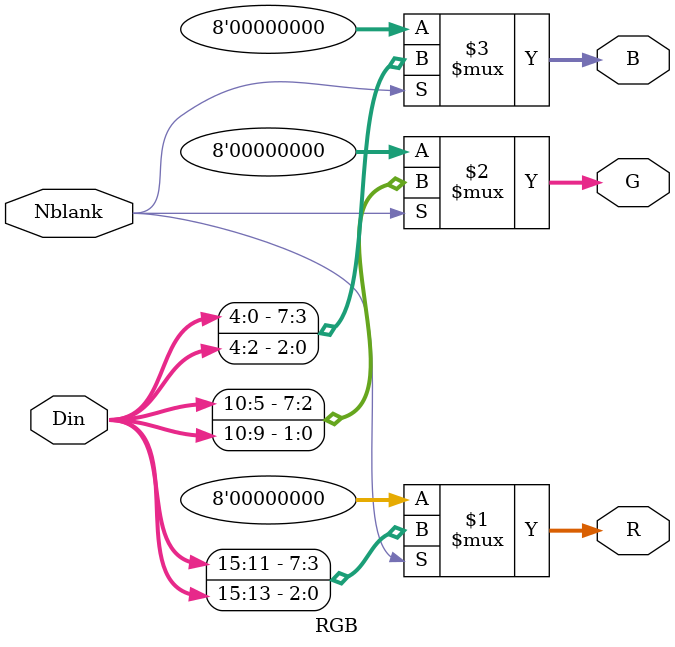
<source format=sv>
module RGB (
	input logic [15:00] Din, // 8-bit pixel gray level
	input logic Nblank, // signal indicates the display area, excluding the display area all three colors take 0
	output logic [07:00] R, // the RGB888 standard
	output logic [07:00] G, // the RGB888 standard
	output logic [07:00] B // the RGB888 standard
);
	// Convert RGB565 to RGB888
	assign R = Nblank ? {Din[15:11], Din[15:13]} : '0;
	assign G = Nblank ? {Din[10:05], Din[10:09]} : '0;
	assign B = Nblank ? {Din[04:00], Din[04:02]} : '0;

endmodule
</source>
